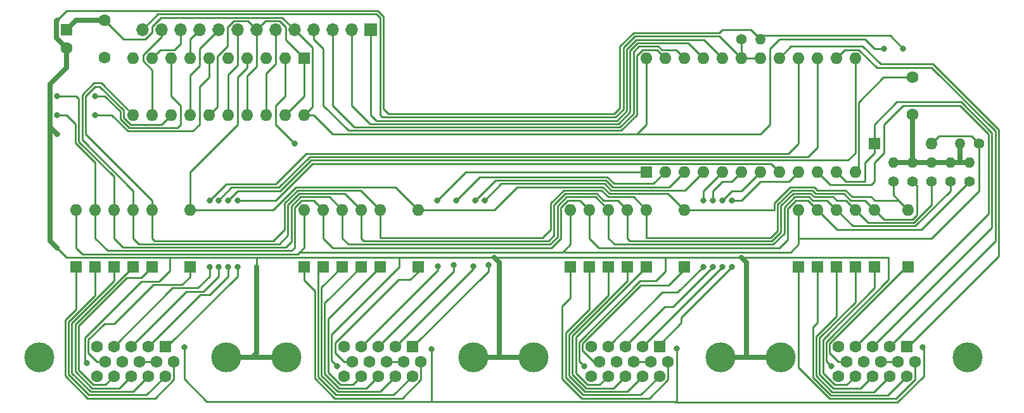
<source format=gbl>
%TF.GenerationSoftware,KiCad,Pcbnew,(6.0.0)*%
%TF.CreationDate,2022-03-13T17:59:30-04:00*%
%TF.ProjectId,team tap,7465616d-2074-4617-902e-6b696361645f,rev?*%
%TF.SameCoordinates,Original*%
%TF.FileFunction,Copper,L2,Bot*%
%TF.FilePolarity,Positive*%
%FSLAX46Y46*%
G04 Gerber Fmt 4.6, Leading zero omitted, Abs format (unit mm)*
G04 Created by KiCad (PCBNEW (6.0.0)) date 2022-03-13 17:59:30*
%MOMM*%
%LPD*%
G01*
G04 APERTURE LIST*
%TA.AperFunction,ComponentPad*%
%ADD10C,1.400000*%
%TD*%
%TA.AperFunction,ComponentPad*%
%ADD11O,1.400000X1.400000*%
%TD*%
%TA.AperFunction,ComponentPad*%
%ADD12R,1.600000X1.600000*%
%TD*%
%TA.AperFunction,ComponentPad*%
%ADD13O,1.600000X1.600000*%
%TD*%
%TA.AperFunction,ComponentPad*%
%ADD14C,1.600000*%
%TD*%
%TA.AperFunction,ComponentPad*%
%ADD15R,1.700000X1.700000*%
%TD*%
%TA.AperFunction,ComponentPad*%
%ADD16O,1.700000X1.700000*%
%TD*%
%TA.AperFunction,ComponentPad*%
%ADD17C,4.000000*%
%TD*%
%TA.AperFunction,ViaPad*%
%ADD18C,0.800000*%
%TD*%
%TA.AperFunction,Conductor*%
%ADD19C,0.250000*%
%TD*%
%TA.AperFunction,Conductor*%
%ADD20C,0.700000*%
%TD*%
G04 APERTURE END LIST*
D10*
%TO.P,R5,1*%
%TO.N,/int8*%
X137160000Y-147320000D03*
D11*
%TO.P,R5,2*%
%TO.N,+5V*%
X137160000Y-144780000D03*
%TD*%
D12*
%TO.P,D22,1,K*%
%TO.N,Net-(D22-Pad1)*%
X129540000Y-158750000D03*
D13*
%TO.P,D22,2,A*%
%TO.N,/int12*%
X129540000Y-151130000D03*
%TD*%
D12*
%TO.P,D16,1,K*%
%TO.N,/s10*%
X134620000Y-142240000D03*
D13*
%TO.P,D16,2,A*%
%TO.N,/int6*%
X142240000Y-142240000D03*
%TD*%
D12*
%TO.P,D20,1,K*%
%TO.N,Net-(SCK4-Pad6)*%
X124460000Y-158750000D03*
D13*
%TO.P,D20,2,A*%
%TO.N,/int6*%
X124460000Y-151130000D03*
%TD*%
D12*
%TO.P,D11,1,K*%
%TO.N,Net-(D11-Pad1)*%
X68580000Y-158750000D03*
D13*
%TO.P,D11,2,A*%
%TO.N,/int10*%
X68580000Y-151130000D03*
%TD*%
D12*
%TO.P,D3,1,K*%
%TO.N,Net-(D3-Pad1)*%
X35560000Y-158750000D03*
D13*
%TO.P,D3,2,A*%
%TO.N,/int 11*%
X35560000Y-151130000D03*
%TD*%
D12*
%TO.P,C3,1*%
%TO.N,+5V*%
X26670000Y-127000000D03*
D14*
%TO.P,C3,2*%
%TO.N,GND*%
X26670000Y-129500000D03*
%TD*%
D12*
%TO.P,D12,1,K*%
%TO.N,Net-(D12-Pad1)*%
X73660000Y-158750000D03*
D13*
%TO.P,D12,2,A*%
%TO.N,/int8*%
X73660000Y-151130000D03*
%TD*%
D12*
%TO.P,D2,1,K*%
%TO.N,Net-(D2-Pad1)*%
X38100000Y-158750000D03*
D13*
%TO.P,D2,2,A*%
%TO.N,/int10*%
X38100000Y-151130000D03*
%TD*%
D10*
%TO.P,R4,1*%
%TO.N,/int9*%
X147320000Y-147320000D03*
D11*
%TO.P,R4,2*%
%TO.N,+5V*%
X147320000Y-144780000D03*
%TD*%
D10*
%TO.P,R7,1*%
%TO.N,/JC13*%
X116840000Y-128270000D03*
D11*
%TO.P,R7,2*%
%TO.N,GND*%
X119380000Y-128270000D03*
%TD*%
D14*
%TO.P,C2,1*%
%TO.N,+5V*%
X31750000Y-125730000D03*
%TO.P,C2,2*%
%TO.N,GND*%
X31750000Y-130730000D03*
%TD*%
D15*
%TO.P,P1,1,Pin_1*%
%TO.N,/JC1*%
X67290000Y-127010000D03*
D16*
%TO.P,P1,2,Pin_2*%
%TO.N,/JC2*%
X64750000Y-127010000D03*
%TO.P,P1,3,Pin_3*%
%TO.N,/JC3*%
X62210000Y-127010000D03*
%TO.P,P1,4,Pin_4*%
%TO.N,/JC4*%
X59670000Y-127010000D03*
%TO.P,P1,5,Pin_5*%
%TO.N,+5V*%
X57130000Y-127010000D03*
%TO.P,P1,6,Pin_6*%
%TO.N,/JC6*%
X54590000Y-127010000D03*
%TO.P,P1,7,Pin_7*%
%TO.N,GND*%
X52050000Y-127010000D03*
%TO.P,P1,8,Pin_8*%
%TO.N,/JC8*%
X49510000Y-127010000D03*
%TO.P,P1,9,Pin_9*%
%TO.N,/JC9*%
X46970000Y-127010000D03*
%TO.P,P1,10,Pin_10*%
%TO.N,/JC10*%
X44430000Y-127010000D03*
%TO.P,P1,11,Pin_11*%
%TO.N,/JC11*%
X41890000Y-127010000D03*
%TO.P,P1,12,Pin_12*%
%TO.N,/JC12*%
X39350000Y-127010000D03*
%TO.P,P1,13,Pin_13*%
%TO.N,/JC13*%
X36810000Y-127010000D03*
%TD*%
D12*
%TO.P,U2,1,1OE*%
%TO.N,GND*%
X58415000Y-130820000D03*
D13*
%TO.P,U2,2,1A0*%
%TO.N,/int6*%
X55875000Y-130820000D03*
%TO.P,U2,3,2Y0*%
%TO.N,unconnected-(U2-Pad3)*%
X53335000Y-130820000D03*
%TO.P,U2,4,1A1*%
%TO.N,/int8*%
X50795000Y-130820000D03*
%TO.P,U2,5,2Y1*%
%TO.N,unconnected-(U2-Pad5)*%
X48255000Y-130820000D03*
%TO.P,U2,6,1A2*%
%TO.N,/int9*%
X45715000Y-130820000D03*
%TO.P,U2,7,2Y2*%
%TO.N,/JC10*%
X43175000Y-130820000D03*
%TO.P,U2,8,1A3*%
%TO.N,/int12*%
X40635000Y-130820000D03*
%TO.P,U2,9,2Y3*%
%TO.N,/JC11*%
X38095000Y-130820000D03*
%TO.P,U2,10,GND*%
%TO.N,GND*%
X35555000Y-130820000D03*
%TO.P,U2,11,2A3*%
%TO.N,/int 11*%
X35555000Y-138440000D03*
%TO.P,U2,12,1Y3*%
%TO.N,/JC12*%
X38095000Y-138440000D03*
%TO.P,U2,13,2A2*%
%TO.N,/int10*%
X40635000Y-138440000D03*
%TO.P,U2,14,1Y2*%
%TO.N,/JC9*%
X43175000Y-138440000D03*
%TO.P,U2,15,2A1*%
%TO.N,GND*%
X45715000Y-138440000D03*
%TO.P,U2,16,1Y1*%
%TO.N,/JC8*%
X48255000Y-138440000D03*
%TO.P,U2,17,2A0*%
%TO.N,GND*%
X50795000Y-138440000D03*
%TO.P,U2,18,1Y0*%
%TO.N,/JC6*%
X53335000Y-138440000D03*
%TO.P,U2,19,2OE*%
%TO.N,GND*%
X55875000Y-138440000D03*
%TO.P,U2,20,VCC*%
%TO.N,+5V*%
X58415000Y-138440000D03*
%TD*%
D12*
%TO.P,D9,1,K*%
%TO.N,Net-(D9-Pad1)*%
X63500000Y-158750000D03*
D13*
%TO.P,D9,2,A*%
%TO.N,/int12*%
X63500000Y-151130000D03*
%TD*%
D12*
%TO.P,D15,1,K*%
%TO.N,Net-(SCK3-Pad12)*%
X99060000Y-158750000D03*
D13*
%TO.P,D15,2,A*%
%TO.N,/int12*%
X99060000Y-151130000D03*
%TD*%
D17*
%TO.P,SCK2,0*%
%TO.N,GND*%
X56065000Y-170879669D03*
X81065000Y-170879669D03*
D12*
%TO.P,SCK2,1*%
%TO.N,/s3*%
X72880000Y-169459669D03*
D14*
%TO.P,SCK2,2*%
%TO.N,/s2*%
X70590000Y-169459669D03*
%TO.P,SCK2,3*%
%TO.N,/s1*%
X68300000Y-169459669D03*
%TO.P,SCK2,4*%
%TO.N,/s0*%
X66010000Y-169459669D03*
%TO.P,SCK2,5*%
%TO.N,unconnected-(SCK2-Pad5)*%
X63720000Y-169459669D03*
%TO.P,SCK2,6*%
%TO.N,Net-(SCK2-Pad6)*%
X74025000Y-171439669D03*
%TO.P,SCK2,7*%
%TO.N,Net-(SCK4-Pad7)*%
X71735000Y-171439669D03*
%TO.P,SCK2,8*%
X69445000Y-171439669D03*
%TO.P,SCK2,9*%
%TO.N,GND*%
X67155000Y-171439669D03*
%TO.P,SCK2,10*%
%TO.N,Net-(D12-Pad1)*%
X64865000Y-171439669D03*
%TO.P,SCK2,11*%
%TO.N,Net-(D8-Pad1)*%
X72880000Y-173419669D03*
%TO.P,SCK2,12*%
%TO.N,Net-(D9-Pad1)*%
X70590000Y-173419669D03*
%TO.P,SCK2,13*%
%TO.N,Net-(D10-Pad1)*%
X68300000Y-173419669D03*
%TO.P,SCK2,14*%
%TO.N,Net-(D11-Pad1)*%
X66010000Y-173419669D03*
%TO.P,SCK2,15*%
%TO.N,unconnected-(SCK2-Pad15)*%
X63720000Y-173419669D03*
%TD*%
D12*
%TO.P,D10,1,K*%
%TO.N,Net-(D10-Pad1)*%
X66040000Y-158750000D03*
D13*
%TO.P,D10,2,A*%
%TO.N,/int 11*%
X66040000Y-151130000D03*
%TD*%
D12*
%TO.P,D19,1,K*%
%TO.N,Net-(SCK3-Pad10)*%
X109220000Y-158750000D03*
D13*
%TO.P,D19,2,A*%
%TO.N,/int8*%
X109220000Y-151130000D03*
%TD*%
D17*
%TO.P,SCK3,0*%
%TO.N,GND*%
X89085000Y-170879669D03*
X114085000Y-170879669D03*
D12*
%TO.P,SCK3,1*%
%TO.N,/s8*%
X105900000Y-169459669D03*
D14*
%TO.P,SCK3,2*%
%TO.N,/s6*%
X103610000Y-169459669D03*
%TO.P,SCK3,3*%
%TO.N,/s5*%
X101320000Y-169459669D03*
%TO.P,SCK3,4*%
%TO.N,/s4*%
X99030000Y-169459669D03*
%TO.P,SCK3,5*%
%TO.N,unconnected-(SCK3-Pad5)*%
X96740000Y-169459669D03*
%TO.P,SCK3,6*%
%TO.N,Net-(SCK3-Pad6)*%
X107045000Y-171439669D03*
%TO.P,SCK3,7*%
%TO.N,Net-(SCK4-Pad7)*%
X104755000Y-171439669D03*
%TO.P,SCK3,8*%
X102465000Y-171439669D03*
%TO.P,SCK3,9*%
%TO.N,GND*%
X100175000Y-171439669D03*
%TO.P,SCK3,10*%
%TO.N,Net-(SCK3-Pad10)*%
X97885000Y-171439669D03*
%TO.P,SCK3,11*%
%TO.N,Net-(SCK3-Pad11)*%
X105900000Y-173419669D03*
%TO.P,SCK3,12*%
%TO.N,Net-(SCK3-Pad12)*%
X103610000Y-173419669D03*
%TO.P,SCK3,13*%
%TO.N,Net-(SCK3-Pad13)*%
X101320000Y-173419669D03*
%TO.P,SCK3,14*%
%TO.N,Net-(SCK3-Pad14)*%
X99030000Y-173419669D03*
%TO.P,SCK3,15*%
%TO.N,unconnected-(SCK3-Pad15)*%
X96740000Y-173419669D03*
%TD*%
D12*
%TO.P,D21,1,K*%
%TO.N,Net-(D21-Pad1)*%
X127000000Y-158750000D03*
D13*
%TO.P,D21,2,A*%
%TO.N,/int9*%
X127000000Y-151130000D03*
%TD*%
D10*
%TO.P,R2,1*%
%TO.N,/int 11*%
X142240000Y-147320000D03*
D11*
%TO.P,R2,2*%
%TO.N,+5V*%
X142240000Y-144780000D03*
%TD*%
D12*
%TO.P,D4,1,K*%
%TO.N,Net-(D4-Pad1)*%
X33020000Y-158750000D03*
D13*
%TO.P,D4,2,A*%
%TO.N,/int12*%
X33020000Y-151130000D03*
%TD*%
D12*
%TO.P,D8,1,K*%
%TO.N,Net-(D8-Pad1)*%
X60960000Y-158750000D03*
D13*
%TO.P,D8,2,A*%
%TO.N,/int9*%
X60960000Y-151130000D03*
%TD*%
D12*
%TO.P,D17,1,K*%
%TO.N,Net-(SCK3-Pad13)*%
X101600000Y-158750000D03*
D13*
%TO.P,D17,2,A*%
%TO.N,/int 11*%
X101600000Y-151130000D03*
%TD*%
D12*
%TO.P,D24,1,K*%
%TO.N,Net-(D24-Pad1)*%
X134620000Y-158750000D03*
D13*
%TO.P,D24,2,A*%
%TO.N,/int10*%
X134620000Y-151130000D03*
%TD*%
D12*
%TO.P,D14,1,K*%
%TO.N,Net-(SCK3-Pad11)*%
X96520000Y-158750000D03*
D13*
%TO.P,D14,2,A*%
%TO.N,/int9*%
X96520000Y-151130000D03*
%TD*%
D14*
%TO.P,C1,1*%
%TO.N,+5V*%
X139700000Y-138390000D03*
%TO.P,C1,2*%
%TO.N,GND*%
X139700000Y-133390000D03*
%TD*%
D10*
%TO.P,R3,1*%
%TO.N,/int12*%
X144780000Y-147320000D03*
D11*
%TO.P,R3,2*%
%TO.N,+5V*%
X144780000Y-144780000D03*
%TD*%
D12*
%TO.P,U1,1,S0*%
%TO.N,/s0*%
X104135000Y-146055000D03*
D13*
%TO.P,U1,2,S1*%
%TO.N,/s1*%
X106675000Y-146055000D03*
%TO.P,U1,3,S2*%
%TO.N,/s2*%
X109215000Y-146055000D03*
%TO.P,U1,4,S3*%
%TO.N,/s3*%
X111755000Y-146055000D03*
%TO.P,U1,5,S4*%
%TO.N,/s4*%
X114295000Y-146055000D03*
%TO.P,U1,6,S5*%
%TO.N,/s5*%
X116835000Y-146055000D03*
%TO.P,U1,7,S6*%
%TO.N,/s6*%
X119375000Y-146055000D03*
%TO.P,U1,8,S7*%
%TO.N,/s7*%
X121915000Y-146055000D03*
%TO.P,U1,9,S8*%
%TO.N,/s8*%
X124455000Y-146055000D03*
%TO.P,U1,10,S9*%
%TO.N,/s9*%
X126995000Y-146055000D03*
%TO.P,U1,11,S10*%
%TO.N,/s10*%
X129535000Y-146055000D03*
%TO.P,U1,12,GND*%
%TO.N,GND*%
X132075000Y-146055000D03*
%TO.P,U1,13,S11*%
%TO.N,/s11*%
X132075000Y-130815000D03*
%TO.P,U1,14,S12*%
%TO.N,/s12*%
X129535000Y-130815000D03*
%TO.P,U1,15,S13*%
%TO.N,/s13*%
X126995000Y-130815000D03*
%TO.P,U1,16,S14*%
%TO.N,/s14*%
X124455000Y-130815000D03*
%TO.P,U1,17,S15*%
%TO.N,/s15*%
X121915000Y-130815000D03*
%TO.P,U1,18,E0*%
%TO.N,/JC13*%
X119375000Y-130815000D03*
%TO.P,U1,19,E1*%
X116835000Y-130815000D03*
%TO.P,U1,20,A3*%
%TO.N,/JC1*%
X114295000Y-130815000D03*
%TO.P,U1,21,A2*%
%TO.N,/JC2*%
X111755000Y-130815000D03*
%TO.P,U1,22,A1*%
%TO.N,/JC3*%
X109215000Y-130815000D03*
%TO.P,U1,23,A0*%
%TO.N,/JC4*%
X106675000Y-130815000D03*
%TO.P,U1,24,VCC*%
%TO.N,+5V*%
X104135000Y-130815000D03*
%TD*%
D12*
%TO.P,D1,1,K*%
%TO.N,Net-(D1-Pad1)*%
X43180000Y-158750000D03*
D13*
%TO.P,D1,2,A*%
%TO.N,/int8*%
X43180000Y-151130000D03*
%TD*%
D12*
%TO.P,D23,1,K*%
%TO.N,Net-(D23-Pad1)*%
X132080000Y-158750000D03*
D13*
%TO.P,D23,2,A*%
%TO.N,/int 11*%
X132080000Y-151130000D03*
%TD*%
D17*
%TO.P,SCK4,0*%
%TO.N,GND*%
X147105000Y-170879669D03*
X122105000Y-170879669D03*
D12*
%TO.P,SCK4,1*%
%TO.N,/s15*%
X138920000Y-169459669D03*
D14*
%TO.P,SCK4,2*%
%TO.N,/s12*%
X136630000Y-169459669D03*
%TO.P,SCK4,3*%
%TO.N,/s10*%
X134340000Y-169459669D03*
%TO.P,SCK4,4*%
%TO.N,/s9*%
X132050000Y-169459669D03*
%TO.P,SCK4,5*%
%TO.N,unconnected-(SCK4-Pad5)*%
X129760000Y-169459669D03*
%TO.P,SCK4,6*%
%TO.N,Net-(SCK4-Pad6)*%
X140065000Y-171439669D03*
%TO.P,SCK4,7*%
%TO.N,Net-(SCK4-Pad7)*%
X137775000Y-171439669D03*
%TO.P,SCK4,8*%
X135485000Y-171439669D03*
%TO.P,SCK4,9*%
%TO.N,GND*%
X133195000Y-171439669D03*
%TO.P,SCK4,10*%
%TO.N,Net-(SCK4-Pad10)*%
X130905000Y-171439669D03*
%TO.P,SCK4,11*%
%TO.N,Net-(D21-Pad1)*%
X138920000Y-173419669D03*
%TO.P,SCK4,12*%
%TO.N,Net-(D22-Pad1)*%
X136630000Y-173419669D03*
%TO.P,SCK4,13*%
%TO.N,Net-(D23-Pad1)*%
X134340000Y-173419669D03*
%TO.P,SCK4,14*%
%TO.N,Net-(D24-Pad1)*%
X132050000Y-173419669D03*
%TO.P,SCK4,15*%
%TO.N,unconnected-(SCK4-Pad15)*%
X129760000Y-173419669D03*
%TD*%
D12*
%TO.P,D25,1,K*%
%TO.N,Net-(SCK4-Pad10)*%
X139140000Y-158750000D03*
D13*
%TO.P,D25,2,A*%
%TO.N,/int8*%
X139140000Y-151130000D03*
%TD*%
D12*
%TO.P,D18,1,K*%
%TO.N,Net-(SCK3-Pad14)*%
X104140000Y-158750000D03*
D13*
%TO.P,D18,2,A*%
%TO.N,/int10*%
X104140000Y-151130000D03*
%TD*%
D12*
%TO.P,D7,1,K*%
%TO.N,Net-(SCK2-Pad6)*%
X58420000Y-158750000D03*
D13*
%TO.P,D7,2,A*%
%TO.N,/int6*%
X58420000Y-151130000D03*
%TD*%
D10*
%TO.P,R6,1*%
%TO.N,/int6*%
X148590000Y-142240000D03*
D11*
%TO.P,R6,2*%
%TO.N,+5V*%
X146050000Y-142240000D03*
%TD*%
D12*
%TO.P,D5,1,K*%
%TO.N,Net-(D5-Pad1)*%
X30480000Y-158750000D03*
D13*
%TO.P,D5,2,A*%
%TO.N,/int9*%
X30480000Y-151130000D03*
%TD*%
D12*
%TO.P,D6,1,K*%
%TO.N,Net-(D6-Pad1)*%
X27940000Y-158750000D03*
D13*
%TO.P,D6,2,A*%
%TO.N,/int6*%
X27940000Y-151130000D03*
%TD*%
D12*
%TO.P,D13,1,K*%
%TO.N,Net-(SCK3-Pad6)*%
X93980000Y-158750000D03*
D13*
%TO.P,D13,2,A*%
%TO.N,/int6*%
X93980000Y-151130000D03*
%TD*%
D17*
%TO.P,SCK1,0*%
%TO.N,GND*%
X48045000Y-170879669D03*
X23045000Y-170879669D03*
D12*
%TO.P,SCK1,1*%
%TO.N,/s7*%
X39860000Y-169459669D03*
D14*
%TO.P,SCK1,2*%
%TO.N,/s11*%
X37570000Y-169459669D03*
%TO.P,SCK1,3*%
%TO.N,/s13*%
X35280000Y-169459669D03*
%TO.P,SCK1,4*%
%TO.N,/s14*%
X32990000Y-169459669D03*
%TO.P,SCK1,5*%
%TO.N,unconnected-(SCK1-Pad5)*%
X30700000Y-169459669D03*
%TO.P,SCK1,6*%
%TO.N,Net-(D6-Pad1)*%
X41005000Y-171439669D03*
%TO.P,SCK1,7*%
%TO.N,Net-(SCK4-Pad7)*%
X38715000Y-171439669D03*
%TO.P,SCK1,8*%
X36425000Y-171439669D03*
%TO.P,SCK1,9*%
%TO.N,GND*%
X34135000Y-171439669D03*
%TO.P,SCK1,10*%
%TO.N,Net-(D1-Pad1)*%
X31845000Y-171439669D03*
%TO.P,SCK1,11*%
%TO.N,Net-(D5-Pad1)*%
X39860000Y-173419669D03*
%TO.P,SCK1,12*%
%TO.N,Net-(D4-Pad1)*%
X37570000Y-173419669D03*
%TO.P,SCK1,13*%
%TO.N,Net-(D3-Pad1)*%
X35280000Y-173419669D03*
%TO.P,SCK1,14*%
%TO.N,Net-(D2-Pad1)*%
X32990000Y-173419669D03*
%TO.P,SCK1,15*%
%TO.N,unconnected-(SCK1-Pad15)*%
X30700000Y-173419669D03*
%TD*%
D10*
%TO.P,R1,1*%
%TO.N,/int10*%
X139700000Y-147320000D03*
D11*
%TO.P,R1,2*%
%TO.N,+5V*%
X139700000Y-144780000D03*
%TD*%
D18*
%TO.N,+5V*%
X135890000Y-129540000D03*
%TO.N,GND*%
X138430000Y-129540000D03*
X29413200Y-171653200D03*
X128905000Y-172085000D03*
X95885000Y-172085000D03*
X25400000Y-140970000D03*
X62865000Y-172085000D03*
%TO.N,/int12*%
X25400000Y-135890000D03*
X30480000Y-135890000D03*
%TO.N,/int9*%
X30480000Y-138430000D03*
X25400000Y-138430000D03*
%TO.N,/int6*%
X57150000Y-142240000D03*
%TO.N,Net-(SCK4-Pad7)*%
X42405300Y-169481500D03*
X75438000Y-169773600D03*
X141097000Y-169494200D03*
X108178600Y-169672000D03*
%TO.N,/s7*%
X49530000Y-158750000D03*
X49530000Y-149860000D03*
%TO.N,/s11*%
X48260000Y-149860000D03*
X48260000Y-158750000D03*
%TO.N,/s13*%
X46990000Y-149860000D03*
X46990000Y-158750000D03*
%TO.N,/s14*%
X45770800Y-158800800D03*
X45770800Y-149910800D03*
%TO.N,/s3*%
X82550000Y-149860000D03*
X83032600Y-158546800D03*
%TO.N,/s2*%
X81051400Y-158648400D03*
X81280000Y-149860000D03*
%TO.N,/s1*%
X78740000Y-149860000D03*
X78435200Y-158546800D03*
%TO.N,/s0*%
X76200000Y-149860000D03*
X76276200Y-158673800D03*
%TO.N,/s8*%
X115570000Y-158750000D03*
X115570000Y-149860000D03*
%TO.N,/s6*%
X114300000Y-149860000D03*
X114300000Y-158750000D03*
%TO.N,/s5*%
X113030000Y-158750000D03*
X113030000Y-149860000D03*
%TO.N,/s4*%
X111760000Y-149860000D03*
X111760000Y-158750000D03*
%TD*%
D19*
%TO.N,+5V*%
X39313021Y-125385969D02*
X38100000Y-126598990D01*
X58415000Y-138440000D02*
X59539511Y-137315489D01*
X119380000Y-140970000D02*
X120650000Y-139700000D01*
X37211010Y-128270000D02*
X34290000Y-128270000D01*
D20*
X146050000Y-144780000D02*
X147320000Y-144780000D01*
D19*
X55505969Y-125385969D02*
X39313021Y-125385969D01*
D20*
X139700000Y-144780000D02*
X142240000Y-144780000D01*
D19*
X38100000Y-127381010D02*
X37211010Y-128270000D01*
X104135000Y-130815000D02*
X104135000Y-139705000D01*
D20*
X146050000Y-142240000D02*
X146050000Y-144780000D01*
X137160000Y-144780000D02*
X139700000Y-144780000D01*
D19*
X121920000Y-128270000D02*
X133350000Y-128270000D01*
D20*
X142240000Y-144780000D02*
X144780000Y-144780000D01*
D19*
X59539511Y-137315489D02*
X59539511Y-129419511D01*
X102870000Y-140970000D02*
X62230000Y-140970000D01*
X62230000Y-140970000D02*
X59700000Y-138440000D01*
X133350000Y-128270000D02*
X134620000Y-129540000D01*
X59700000Y-138440000D02*
X58415000Y-138440000D01*
X120650000Y-139700000D02*
X120650000Y-129540000D01*
X57130000Y-127010000D02*
X55505969Y-125385969D01*
X34290000Y-128270000D02*
X31750000Y-125730000D01*
X104135000Y-139705000D02*
X102870000Y-140970000D01*
D20*
X139700000Y-138390000D02*
X139700000Y-144780000D01*
X144780000Y-144780000D02*
X146050000Y-144780000D01*
D19*
X38100000Y-126598990D02*
X38100000Y-127381010D01*
X134620000Y-129540000D02*
X135890000Y-129540000D01*
X102870000Y-140970000D02*
X119380000Y-140970000D01*
X120650000Y-129540000D02*
X121920000Y-128270000D01*
X59539511Y-129419511D02*
X57130000Y-127010000D01*
D20*
X27940000Y-125730000D02*
X26670000Y-127000000D01*
X31750000Y-125730000D02*
X27940000Y-125730000D01*
D19*
%TO.N,GND*%
X119829520Y-127820480D02*
X132900480Y-127820480D01*
X135850000Y-133390000D02*
X139700000Y-133390000D01*
X52050000Y-131958400D02*
X52050000Y-127010000D01*
X128185969Y-171365969D02*
X128185969Y-168807683D01*
D20*
X24450489Y-140020489D02*
X25400000Y-140970000D01*
D19*
X100622400Y-132080000D02*
X100622400Y-129244732D01*
X50795000Y-133213400D02*
X52050000Y-131958400D01*
X29125969Y-171365969D02*
X29125969Y-168232031D01*
D20*
X51499669Y-170879669D02*
X52070000Y-170309338D01*
D19*
X78740000Y-138272880D02*
X96520000Y-138272880D01*
X55875000Y-138440000D02*
X58415000Y-135900000D01*
X69029520Y-125226701D02*
X69029520Y-132080000D01*
D20*
X117539669Y-158179669D02*
X116840000Y-157480000D01*
D19*
X106680000Y-157480000D02*
X116840000Y-157480000D01*
X62865000Y-172085000D02*
X62077600Y-171297600D01*
D20*
X48045000Y-170879669D02*
X51499669Y-170879669D01*
D19*
X62077600Y-171297600D02*
X62077600Y-167792400D01*
X128905000Y-172085000D02*
X128185969Y-171365969D01*
X50795000Y-138440000D02*
X50795000Y-133213400D01*
D20*
X24450489Y-155260489D02*
X25400000Y-156210000D01*
D19*
X55955489Y-126694489D02*
X55955489Y-128360489D01*
X52050000Y-127010000D02*
X50875489Y-125835489D01*
X100622400Y-129244732D02*
X102424243Y-127442889D01*
X52070000Y-157530800D02*
X52070000Y-158750000D01*
X40513000Y-157505400D02*
X26695400Y-157505400D01*
X100622400Y-137499010D02*
X100622400Y-132080000D01*
X136710480Y-127820480D02*
X138430000Y-129540000D01*
X52050000Y-127010000D02*
X53224511Y-125835489D01*
X132524520Y-145605480D02*
X132524520Y-136715480D01*
X128185969Y-168807683D02*
X136525000Y-160468652D01*
X132900480Y-127820480D02*
X136710480Y-127820480D01*
X67283071Y-124486929D02*
X26643071Y-124486929D01*
D20*
X24450489Y-140020489D02*
X24450489Y-155260489D01*
D19*
X36652200Y-160705800D02*
X39065200Y-160705800D01*
X132524520Y-136715480D02*
X135850000Y-133390000D01*
X53224511Y-125835489D02*
X55096489Y-125835489D01*
X40513000Y-159258000D02*
X40513000Y-157505400D01*
X29125969Y-168232031D02*
X36652200Y-160705800D01*
X46839511Y-137315489D02*
X45715000Y-138440000D01*
X58415000Y-135900000D02*
X58415000Y-130820000D01*
X48158400Y-129260600D02*
X46839511Y-130579489D01*
X68289748Y-124486929D02*
X69029520Y-125226701D01*
X62077600Y-167792400D02*
X71120000Y-158750000D01*
X118110000Y-127000000D02*
X114300000Y-127000000D01*
D20*
X31840000Y-130820000D02*
X31750000Y-130730000D01*
D19*
X48158400Y-126700590D02*
X48158400Y-129260600D01*
X95165969Y-171365969D02*
X95165969Y-168807683D01*
X55955489Y-128360489D02*
X58415000Y-130820000D01*
D20*
X26670000Y-129500000D02*
X26670000Y-132080000D01*
X25320489Y-125809511D02*
X25400000Y-125730000D01*
D19*
X52070000Y-157530800D02*
X71069200Y-157530800D01*
X103318652Y-160655000D02*
X105410000Y-160655000D01*
X95885000Y-172085000D02*
X95165969Y-171365969D01*
D20*
X52070000Y-170309338D02*
X52070000Y-158750000D01*
D19*
X69029520Y-137609520D02*
X69692880Y-138272880D01*
D20*
X25320489Y-128150489D02*
X25320489Y-125809511D01*
X26670000Y-132080000D02*
X24450489Y-134299511D01*
D19*
X26695400Y-157505400D02*
X25400000Y-156210000D01*
X67283071Y-124486929D02*
X68289748Y-124486929D01*
X95165969Y-168807683D02*
X103318652Y-160655000D01*
D20*
X117539669Y-170879669D02*
X117539669Y-158179669D01*
D19*
X69029520Y-137160000D02*
X69029520Y-137609520D01*
X69029520Y-132080000D02*
X69029520Y-137160000D01*
X114300000Y-127000000D02*
X113857111Y-127442889D01*
D20*
X26670000Y-129500000D02*
X25320489Y-128150489D01*
X84519669Y-158179669D02*
X83820000Y-157480000D01*
D19*
X119380000Y-128270000D02*
X119829520Y-127820480D01*
X49023501Y-125835489D02*
X48158400Y-126700590D01*
X71120000Y-158750000D02*
X71120000Y-157480000D01*
X39065200Y-160705800D02*
X40513000Y-159258000D01*
D20*
X84519669Y-170879669D02*
X84519669Y-158179669D01*
D19*
X106680000Y-159385000D02*
X106680000Y-157480000D01*
X119380000Y-128270000D02*
X118110000Y-127000000D01*
X40513000Y-157505400D02*
X52044600Y-157505400D01*
X52044600Y-157505400D02*
X52070000Y-157530800D01*
X69692880Y-138272880D02*
X78740000Y-138272880D01*
X26643071Y-124486929D02*
X25400000Y-125730000D01*
X50875489Y-125835489D02*
X49023501Y-125835489D01*
X116840000Y-157480000D02*
X136525000Y-157480000D01*
X55096489Y-125835489D02*
X55955489Y-126694489D01*
X132075000Y-146055000D02*
X132524520Y-145605480D01*
D20*
X51499669Y-170879669D02*
X56065000Y-170879669D01*
D19*
X102424243Y-127442889D02*
X113857111Y-127442889D01*
D20*
X84519669Y-170879669D02*
X89085000Y-170879669D01*
D19*
X83820000Y-157480000D02*
X106680000Y-157480000D01*
X46839511Y-130579489D02*
X46839511Y-137315489D01*
X71120000Y-157480000D02*
X83820000Y-157480000D01*
D20*
X24450489Y-134299511D02*
X24450489Y-140020489D01*
X81065000Y-170879669D02*
X84519669Y-170879669D01*
D19*
X99848530Y-138272880D02*
X100622400Y-137499010D01*
X105410000Y-160655000D02*
X106680000Y-159385000D01*
D20*
X114085000Y-170879669D02*
X117539669Y-170879669D01*
D19*
X136525000Y-160468652D02*
X136525000Y-157480000D01*
X29413200Y-171653200D02*
X29125969Y-171365969D01*
D20*
X117539669Y-170879669D02*
X122105000Y-170879669D01*
D19*
X96520000Y-138272880D02*
X99848530Y-138272880D01*
X71069200Y-157530800D02*
X71120000Y-157480000D01*
%TO.N,Net-(D1-Pad1)*%
X42120880Y-161155320D02*
X43180000Y-160096200D01*
X29575489Y-168519111D02*
X31737300Y-166357300D01*
X38234680Y-161155320D02*
X42120880Y-161155320D01*
X31845000Y-171439669D02*
X30713630Y-171439669D01*
X29575489Y-170301528D02*
X29575489Y-168519111D01*
X43180000Y-160096200D02*
X43180000Y-158750000D01*
X38234680Y-161155320D02*
X33032700Y-166357300D01*
X30713630Y-171439669D02*
X29575489Y-170301528D01*
X33032700Y-166357300D02*
X31737300Y-166357300D01*
%TO.N,/int8*%
X100700961Y-148960961D02*
X107050961Y-148960961D01*
X123394911Y-148061920D02*
X126550480Y-148061920D01*
X134170480Y-149410480D02*
X134620000Y-149860000D01*
X109220000Y-151130000D02*
X121231770Y-151130000D01*
X121231770Y-151130000D02*
X121231770Y-150225061D01*
X73660000Y-151130000D02*
X83820000Y-151130000D01*
X43180000Y-151130000D02*
X43180000Y-146050000D01*
X134620000Y-149860000D02*
X137870000Y-149860000D01*
X50795000Y-132075000D02*
X50795000Y-130820000D01*
X127000000Y-148511440D02*
X130732874Y-148511440D01*
X130732874Y-148511440D02*
X131631914Y-149410480D01*
X137870000Y-149860000D02*
X139140000Y-151130000D01*
X98347158Y-148061920D02*
X99246198Y-148960960D01*
X43180000Y-146050000D02*
X49530000Y-139700000D01*
X83820000Y-151130000D02*
X86888079Y-148061921D01*
X57354911Y-148061920D02*
X70591920Y-148061920D01*
X49530000Y-139700000D02*
X49530000Y-133350000D01*
X131631914Y-149410480D02*
X134170480Y-149410480D01*
X121231770Y-150225061D02*
X123394911Y-148061920D01*
X107050961Y-148960961D02*
X109220000Y-151130000D01*
X137160000Y-149150000D02*
X137160000Y-147320000D01*
X70591920Y-148061920D02*
X73660000Y-151130000D01*
X86888079Y-148061921D02*
X98347158Y-148061920D01*
X54286831Y-151130000D02*
X57354911Y-148061920D01*
X49530000Y-133350000D02*
X50800000Y-132080000D01*
X99246198Y-148960960D02*
X100700961Y-148960961D01*
X126550480Y-148061920D02*
X127000000Y-148511440D01*
X50800000Y-132080000D02*
X50795000Y-132075000D01*
X137870000Y-149860000D02*
X137160000Y-149150000D01*
X43180000Y-151130000D02*
X54286831Y-151130000D01*
%TO.N,Net-(D2-Pad1)*%
X31865489Y-174544180D02*
X30234211Y-174544180D01*
X30234211Y-174544180D02*
X28270559Y-172580529D01*
X28270559Y-166675159D02*
X34722518Y-160223200D01*
X28270559Y-172580529D02*
X28270559Y-166675159D01*
X34722518Y-160223200D02*
X36626800Y-160223200D01*
X36626800Y-160223200D02*
X38100000Y-158750000D01*
X32990000Y-173419669D02*
X31865489Y-174544180D01*
%TO.N,/int10*%
X130546677Y-148960960D02*
X131445717Y-149860000D01*
X133350000Y-149860000D02*
X134620000Y-151130000D01*
X31115717Y-134620000D02*
X30480000Y-134620000D01*
X121681290Y-150411258D02*
X123581108Y-148511440D01*
X140264511Y-147884511D02*
X140264511Y-151835489D01*
X139700000Y-152400000D02*
X135890000Y-152400000D01*
X126288594Y-148511440D02*
X126738114Y-148960960D01*
X91361440Y-153748560D02*
X91361440Y-150251107D01*
X34290000Y-138765300D02*
X34290000Y-137794283D01*
X135890000Y-152400000D02*
X134620000Y-151130000D01*
X38417800Y-155257800D02*
X54292200Y-155257800D01*
X104140000Y-151130000D02*
X104140000Y-154861440D01*
X54292200Y-155257800D02*
X55801440Y-153748560D01*
X40635000Y-138440000D02*
X39375000Y-139700000D01*
X121681290Y-153907274D02*
X121681290Y-150411258D01*
X68580000Y-151130000D02*
X68580000Y-154861440D01*
X139700000Y-147320000D02*
X140264511Y-147884511D01*
X35224700Y-139700000D02*
X34290000Y-138765300D01*
X123581108Y-148511440D02*
X126288594Y-148511440D01*
X65961440Y-148511440D02*
X68580000Y-151130000D01*
X102420480Y-149410480D02*
X104140000Y-151130000D01*
X39375000Y-139700000D02*
X35224700Y-139700000D01*
X29210000Y-140970000D02*
X38100000Y-149860000D01*
X34290000Y-137794283D02*
X31115717Y-134620000D01*
X30480000Y-134620000D02*
X29210000Y-135890000D01*
X38100000Y-154940000D02*
X38417800Y-155257800D01*
X98160960Y-148511440D02*
X99060000Y-149410480D01*
X29210000Y-135890000D02*
X29210000Y-140970000D01*
X68580000Y-154861440D02*
X90248560Y-154861440D01*
X57541108Y-148511440D02*
X65961440Y-148511440D01*
X120727124Y-154861440D02*
X121681290Y-153907274D01*
X140264511Y-151835489D02*
X139700000Y-152400000D01*
X55801440Y-150251108D02*
X57541108Y-148511440D01*
X99060000Y-149410480D02*
X102420480Y-149410480D01*
X131445717Y-149860000D02*
X133350000Y-149860000D01*
X38100000Y-149860000D02*
X38100000Y-151130000D01*
X93101108Y-148511440D02*
X98160960Y-148511440D01*
X91361440Y-150251107D02*
X93101108Y-148511440D01*
X38100000Y-151130000D02*
X38100000Y-154940000D01*
X126738114Y-148960960D02*
X130546677Y-148960960D01*
X55801440Y-153748560D02*
X55801440Y-150251108D01*
X104140000Y-154861440D02*
X120727124Y-154861440D01*
X90248560Y-154861440D02*
X91361440Y-153748560D01*
%TO.N,Net-(D3-Pad1)*%
X27821039Y-166488961D02*
X35560000Y-158750000D01*
X30048013Y-174993700D02*
X27821039Y-172766726D01*
X27821039Y-172766726D02*
X27821039Y-166488961D01*
X33705969Y-174993700D02*
X30048013Y-174993700D01*
X35280000Y-173419669D02*
X33705969Y-174993700D01*
%TO.N,/int 11*%
X63870960Y-148960960D02*
X66040000Y-151130000D01*
X139886197Y-152849520D02*
X133799520Y-152849520D01*
X35560000Y-154940000D02*
X36327320Y-155707320D01*
X126102396Y-148960960D02*
X126551916Y-149410480D01*
X91810960Y-154567604D02*
X91810960Y-150437304D01*
X122130810Y-154093472D02*
X122130810Y-150597455D01*
X98425718Y-149860000D02*
X100330000Y-149860000D01*
X57727305Y-148960960D02*
X63870960Y-148960960D01*
X35560000Y-151130000D02*
X35560000Y-154940000D01*
X97526678Y-148960960D02*
X98425718Y-149860000D01*
X55112680Y-155707320D02*
X56250960Y-154569040D01*
X129090480Y-149410480D02*
X129540000Y-149860000D01*
X126551916Y-149410480D02*
X129090480Y-149410480D01*
X66410960Y-155310960D02*
X91067604Y-155310960D01*
X123767305Y-148960960D02*
X126102396Y-148960960D01*
X31301915Y-134170480D02*
X30293803Y-134170480D01*
X122130810Y-150597455D02*
X123767305Y-148960960D01*
X101970960Y-155310960D02*
X120913322Y-155310960D01*
X101600000Y-154940000D02*
X101970960Y-155310960D01*
X28760480Y-135703803D02*
X28760480Y-141790480D01*
X30293803Y-134170480D02*
X28760480Y-135703803D01*
X91810960Y-150437304D02*
X93287304Y-148960960D01*
X142240000Y-150495717D02*
X139886197Y-152849520D01*
X130810000Y-149860000D02*
X132080000Y-151130000D01*
X100330000Y-149860000D02*
X101600000Y-151130000D01*
X35555000Y-138440000D02*
X35555000Y-138423565D01*
X133799520Y-152849520D02*
X132080000Y-151130000D01*
X56250960Y-154569040D02*
X56250960Y-150437305D01*
X56250960Y-150437305D02*
X57727305Y-148960960D01*
X66040000Y-154940000D02*
X66410960Y-155310960D01*
X120913322Y-155310960D02*
X122130810Y-154093472D01*
X35560000Y-148590000D02*
X35560000Y-151130000D01*
X66040000Y-151130000D02*
X66040000Y-154940000D01*
X28760480Y-141790480D02*
X35560000Y-148590000D01*
X91067604Y-155310960D02*
X91810960Y-154567604D01*
X142240000Y-147320000D02*
X142240000Y-150495717D01*
X36327320Y-155707320D02*
X55112680Y-155707320D01*
X93287304Y-148960960D02*
X97526678Y-148960960D01*
X101600000Y-151130000D02*
X101600000Y-154940000D01*
X35555000Y-138423565D02*
X31301915Y-134170480D01*
X129540000Y-149860000D02*
X130810000Y-149860000D01*
%TO.N,/int12*%
X33840480Y-138951497D02*
X33840480Y-137980480D01*
X144780000Y-148591434D02*
X140072394Y-153299040D01*
X40635000Y-135885000D02*
X41910000Y-137160000D01*
X126365718Y-149860000D02*
X128270000Y-149860000D01*
X140072394Y-153299040D02*
X131709040Y-153299040D01*
X41910000Y-139700000D02*
X41460480Y-140149520D01*
X28310960Y-136260960D02*
X28310960Y-141976678D01*
X56700480Y-155389520D02*
X56700480Y-150623502D01*
X34236840Y-156156840D02*
X55933160Y-156156840D01*
X31750000Y-135890000D02*
X30480000Y-135890000D01*
X61780480Y-149410480D02*
X63500000Y-151130000D01*
X92260480Y-150623502D02*
X93473502Y-149410480D01*
X128270000Y-149860000D02*
X129540000Y-151130000D01*
X125916198Y-149410480D02*
X126365718Y-149860000D01*
X33020000Y-151130000D02*
X33020000Y-154940000D01*
X99060000Y-154940000D02*
X99880480Y-155760480D01*
X27940000Y-135890000D02*
X28310960Y-136260960D01*
X99060000Y-151130000D02*
X99060000Y-154940000D01*
X41460480Y-140149520D02*
X35038503Y-140149520D01*
X131709040Y-153299040D02*
X129540000Y-151130000D01*
X28310960Y-141976678D02*
X33020000Y-146685718D01*
X63500000Y-154940000D02*
X64320480Y-155760480D01*
X121099520Y-155760480D02*
X122580330Y-154279670D01*
X92260480Y-154753802D02*
X92260480Y-150623502D01*
X57913502Y-149410480D02*
X61780480Y-149410480D01*
X99880480Y-155760480D02*
X121099520Y-155760480D01*
X41910000Y-137160000D02*
X41910000Y-139700000D01*
X91253802Y-155760480D02*
X92260480Y-154753802D01*
X93473502Y-149410480D02*
X97340480Y-149410480D01*
X63500000Y-151130000D02*
X63500000Y-154940000D01*
X33840480Y-137980480D02*
X31750000Y-135890000D01*
X33020000Y-146685718D02*
X33020000Y-151130000D01*
X64320480Y-155760480D02*
X91253802Y-155760480D01*
X35038503Y-140149520D02*
X33840480Y-138951497D01*
X122580330Y-154279670D02*
X122580330Y-150783652D01*
X122580330Y-150783652D02*
X123953502Y-149410480D01*
X40635000Y-130820000D02*
X40635000Y-135885000D01*
X56700480Y-150623502D02*
X57913502Y-149410480D01*
X123953502Y-149410480D02*
X125916198Y-149410480D01*
X25400000Y-135890000D02*
X27940000Y-135890000D01*
X55933160Y-156156840D02*
X56700480Y-155389520D01*
X97340480Y-149410480D02*
X99060000Y-151130000D01*
X33020000Y-154940000D02*
X34236840Y-156156840D01*
X144780000Y-147320000D02*
X144780000Y-148591434D01*
%TO.N,/int9*%
X97790000Y-156210000D02*
X121920000Y-156210000D01*
X30480000Y-151130000D02*
X30480000Y-154940000D01*
X93659700Y-149860000D02*
X95250000Y-149860000D01*
X56753640Y-156606360D02*
X57150000Y-156210000D01*
X25400000Y-138430000D02*
X26670000Y-138430000D01*
X62230000Y-156210000D02*
X91440000Y-156210000D01*
X44450000Y-134620000D02*
X44450000Y-139700000D01*
X96520000Y-151130000D02*
X96520000Y-154940000D01*
X30480000Y-144781436D02*
X30480000Y-151130000D01*
X60960000Y-151130000D02*
X60960000Y-154940000D01*
X123029850Y-150969850D02*
X123029850Y-155100150D01*
X45715000Y-130820000D02*
X45715000Y-133355000D01*
X57150000Y-150809700D02*
X58099700Y-149860000D01*
X27861440Y-142162876D02*
X30480000Y-144781436D01*
X123029850Y-155100150D02*
X121920000Y-156210000D01*
X147320000Y-147320000D02*
X140891440Y-153748560D01*
X58099700Y-149860000D02*
X59690000Y-149860000D01*
X124139700Y-149860000D02*
X125730000Y-149860000D01*
X123029850Y-150969850D02*
X124139700Y-149860000D01*
X92710000Y-154940000D02*
X92710000Y-150809700D01*
X96520000Y-154940000D02*
X97790000Y-156210000D01*
X91440000Y-156210000D02*
X92710000Y-154940000D01*
X95250000Y-149860000D02*
X96520000Y-151130000D01*
X43550960Y-140599040D02*
X34852305Y-140599040D01*
X34852305Y-140599040D02*
X32683265Y-138430000D01*
X60960000Y-154940000D02*
X62230000Y-156210000D01*
X32683265Y-138430000D02*
X30480000Y-138430000D01*
X125730000Y-149860000D02*
X127000000Y-151130000D01*
X129618560Y-153748560D02*
X127000000Y-151130000D01*
X44450000Y-139700000D02*
X43550960Y-140599040D01*
X140891440Y-153748560D02*
X129618560Y-153748560D01*
X45715000Y-133355000D02*
X44450000Y-134620000D01*
X59690000Y-149860000D02*
X60960000Y-151130000D01*
X27861440Y-139621440D02*
X27861440Y-142162876D01*
X57150000Y-156210000D02*
X57150000Y-150809700D01*
X92710000Y-150809700D02*
X93659700Y-149860000D01*
X32146360Y-156606360D02*
X56753640Y-156606360D01*
X26670000Y-138430000D02*
X27861440Y-139621440D01*
X30480000Y-154940000D02*
X32146360Y-156606360D01*
%TO.N,Net-(D6-Pad1)*%
X38527709Y-176342260D02*
X41005000Y-173864969D01*
X27940000Y-158750000D02*
X27940000Y-164450958D01*
X26472479Y-173325316D02*
X29489423Y-176342260D01*
X26472479Y-165918479D02*
X26472479Y-173325316D01*
X27940000Y-164450958D02*
X26472479Y-165918479D01*
X29489423Y-176342260D02*
X38527709Y-176342260D01*
X41005000Y-173864969D02*
X41005000Y-171439669D01*
%TO.N,/int6*%
X92935000Y-156805480D02*
X93120240Y-156620240D01*
X147565489Y-141215489D02*
X143264511Y-141215489D01*
X28785880Y-157055880D02*
X57574120Y-157055880D01*
X93980000Y-155760480D02*
X93980000Y-151130000D01*
X57574120Y-157055880D02*
X57824520Y-156805480D01*
X124460000Y-155760480D02*
X124460000Y-154940000D01*
X123415000Y-156805480D02*
X124460000Y-155760480D01*
X93120240Y-156620240D02*
X93305480Y-156805480D01*
X142240000Y-154940000D02*
X143510000Y-153670000D01*
X148590000Y-148590000D02*
X143510000Y-153670000D01*
X58420000Y-156210000D02*
X58420000Y-151130000D01*
X55875000Y-130820000D02*
X55875000Y-135895000D01*
X124460000Y-154940000D02*
X142240000Y-154940000D01*
X143264511Y-141215489D02*
X142240000Y-142240000D01*
X93305480Y-156805480D02*
X123415000Y-156805480D01*
X148590000Y-142240000D02*
X148590000Y-148590000D01*
X124460000Y-153670000D02*
X124460000Y-151130000D01*
X54610000Y-137160000D02*
X54610000Y-139700000D01*
X54610000Y-139700000D02*
X57150000Y-142240000D01*
X148590000Y-142240000D02*
X147565489Y-141215489D01*
X57785000Y-156845000D02*
X58420000Y-156210000D01*
X124460000Y-154940000D02*
X124460000Y-153670000D01*
X55875000Y-135895000D02*
X54610000Y-137160000D01*
X27940000Y-156210000D02*
X28785880Y-157055880D01*
X27940000Y-151130000D02*
X27940000Y-156210000D01*
X57574120Y-157055880D02*
X57785000Y-156845000D01*
X93120240Y-156620240D02*
X93980000Y-155760480D01*
X57824520Y-156805480D02*
X92935000Y-156805480D01*
%TO.N,Net-(SCK2-Pad6)*%
X59830000Y-161963400D02*
X58420000Y-160553400D01*
X62501211Y-176346880D02*
X71543089Y-176346880D01*
X59830000Y-161963400D02*
X59830000Y-173675669D01*
X58420000Y-160553400D02*
X58420000Y-158750000D01*
X74025000Y-173864969D02*
X74025000Y-171439669D01*
X59830000Y-173675669D02*
X62501211Y-176346880D01*
X71543089Y-176346880D02*
X74025000Y-173864969D01*
%TO.N,Net-(D12-Pad1)*%
X62595489Y-170301528D02*
X62595489Y-168950911D01*
X71043800Y-160502600D02*
X72593200Y-160502600D01*
X72593200Y-160502600D02*
X73660000Y-159435800D01*
X63733630Y-171439669D02*
X62595489Y-170301528D01*
X73660000Y-159435800D02*
X73660000Y-158750000D01*
X62595489Y-168950911D02*
X71043800Y-160502600D01*
X64865000Y-171439669D02*
X63733630Y-171439669D01*
%TO.N,Net-(SCK3-Pad6)*%
X95529423Y-176342260D02*
X92913200Y-173726037D01*
X107045000Y-171439669D02*
X107045000Y-173864969D01*
X92913200Y-163982400D02*
X93980000Y-162915600D01*
X104567709Y-176342260D02*
X95529423Y-176342260D01*
X92913200Y-173726037D02*
X92913200Y-163982400D01*
X107045000Y-173864969D02*
X104567709Y-176342260D01*
X93980000Y-162915600D02*
X93980000Y-158750000D01*
%TO.N,/s10*%
X137609520Y-136710480D02*
X134620000Y-139700000D01*
X133350000Y-147320000D02*
X133350000Y-144780000D01*
X150309520Y-153490150D02*
X150309520Y-140783803D01*
X129535000Y-146055000D02*
X130800000Y-147320000D01*
X134340000Y-169459669D02*
X150309520Y-153490150D01*
X134620000Y-143510000D02*
X133350000Y-144780000D01*
X150309520Y-140783803D02*
X146236198Y-136710480D01*
X146236198Y-136710480D02*
X137609520Y-136710480D01*
X130800000Y-147320000D02*
X133350000Y-147320000D01*
X134620000Y-139700000D02*
X134620000Y-142240000D01*
X134620000Y-142240000D02*
X134620000Y-143510000D01*
%TO.N,Net-(SCK3-Pad10)*%
X95615489Y-168993880D02*
X103386298Y-161223071D01*
X97129700Y-171439669D02*
X95615489Y-169925459D01*
X97885000Y-171439669D02*
X97129700Y-171439669D01*
X103386298Y-161223071D02*
X107095671Y-161223071D01*
X109220000Y-159098742D02*
X109220000Y-158750000D01*
X95615489Y-169925459D02*
X95615489Y-168993880D01*
X107095671Y-161223071D02*
X109220000Y-159098742D01*
%TO.N,Net-(SCK4-Pad6)*%
X140065000Y-171439669D02*
X140065000Y-173864969D01*
X124460000Y-172252839D02*
X124460000Y-158750000D01*
X128619021Y-176411860D02*
X124460000Y-172252839D01*
X140065000Y-173864969D02*
X137518109Y-176411860D01*
X137518109Y-176411860D02*
X128619021Y-176411860D01*
%TO.N,Net-(SCK4-Pad10)*%
X128635489Y-168993881D02*
X138879369Y-158750000D01*
X130905000Y-171439669D02*
X129773630Y-171439669D01*
X129773630Y-171439669D02*
X128635489Y-170301529D01*
X138879369Y-158750000D02*
X139140000Y-158750000D01*
X128635489Y-170301529D02*
X128635489Y-168993881D01*
%TO.N,/JC1*%
X101521440Y-137871406D02*
X101521440Y-129617126D01*
X102796637Y-128341929D02*
X111821929Y-128341929D01*
X101521440Y-129617126D02*
X102796637Y-128341929D01*
X67290000Y-129520000D02*
X67310000Y-129540000D01*
X68051920Y-139171920D02*
X100220926Y-139171920D01*
X100220926Y-139171920D02*
X101521440Y-137871406D01*
X111821929Y-128341929D02*
X114295000Y-130815000D01*
X67310000Y-129540000D02*
X67310000Y-138430000D01*
X67310000Y-138430000D02*
X68051920Y-139171920D01*
X67290000Y-127010000D02*
X67290000Y-129520000D01*
%TO.N,/JC2*%
X64750000Y-127010000D02*
X64750000Y-130790000D01*
X102982834Y-128791449D02*
X109731449Y-128791449D01*
X109731449Y-128791449D02*
X111755000Y-130815000D01*
X64750000Y-137140000D02*
X67231440Y-139621440D01*
X101970960Y-138057604D02*
X101970960Y-129803323D01*
X64750000Y-130790000D02*
X64750000Y-137140000D01*
X100407124Y-139621440D02*
X101970960Y-138057604D01*
X101970960Y-129803323D02*
X102982834Y-128791449D01*
X67231440Y-139621440D02*
X100407124Y-139621440D01*
%TO.N,/JC3*%
X102420480Y-138243802D02*
X102420480Y-129989520D01*
X102420480Y-129989520D02*
X103169031Y-129240969D01*
X103169031Y-129240969D02*
X105759691Y-129240969D01*
X62210000Y-137140000D02*
X65140960Y-140070960D01*
X100593322Y-140070960D02*
X102420480Y-138243802D01*
X108090489Y-129690489D02*
X109215000Y-130815000D01*
X105759691Y-129240969D02*
X106209211Y-129690489D01*
X65140960Y-140070960D02*
X100593322Y-140070960D01*
X106209211Y-129690489D02*
X108090489Y-129690489D01*
X62210000Y-127010000D02*
X62210000Y-137140000D01*
%TO.N,/JC4*%
X102870000Y-138430000D02*
X100779520Y-140520480D01*
X64320480Y-140520480D02*
X60960000Y-137160000D01*
X60960000Y-129540000D02*
X60960000Y-130810000D01*
X106675000Y-130815000D02*
X105550489Y-129690489D01*
X60960000Y-137160000D02*
X60960000Y-130810000D01*
X103669211Y-129690489D02*
X102870000Y-130489700D01*
X102870000Y-130489700D02*
X102870000Y-138430000D01*
X59670000Y-127010000D02*
X59670000Y-128250000D01*
X59670000Y-128250000D02*
X60960000Y-129540000D01*
X100779520Y-140520480D02*
X64320480Y-140520480D01*
X105550489Y-129690489D02*
X103669211Y-129690489D01*
%TO.N,/JC6*%
X53335000Y-132872400D02*
X53335000Y-138440000D01*
X54590000Y-127010000D02*
X54590000Y-131617400D01*
X54590000Y-131617400D02*
X53335000Y-132872400D01*
%TO.N,/JC8*%
X49510000Y-131744400D02*
X49510000Y-127010000D01*
X48255000Y-132999400D02*
X49510000Y-131744400D01*
X48255000Y-138440000D02*
X48255000Y-132999400D01*
%TO.N,/JC9*%
X44424600Y-131876800D02*
X44424600Y-129555400D01*
X44424600Y-129555400D02*
X46970000Y-127010000D01*
X43175000Y-133126400D02*
X44424600Y-131876800D01*
X43175000Y-138440000D02*
X43175000Y-133126400D01*
%TO.N,/JC10*%
X43175000Y-130820000D02*
X43175000Y-128265000D01*
X43175000Y-128265000D02*
X44430000Y-127010000D01*
%TO.N,/JC11*%
X41890000Y-127010000D02*
X41890000Y-128906278D01*
X39219511Y-129695489D02*
X38095000Y-130820000D01*
X41100789Y-129695489D02*
X39219511Y-129695489D01*
X41890000Y-128906278D02*
X41100789Y-129695489D01*
%TO.N,/JC12*%
X39350000Y-127974700D02*
X39350000Y-127010000D01*
X36880800Y-131196100D02*
X36880800Y-130443900D01*
X36880800Y-130443900D02*
X39350000Y-127974700D01*
X38095000Y-132410300D02*
X36880800Y-131196100D01*
X38095000Y-138440000D02*
X38095000Y-132410300D01*
%TO.N,/JC13*%
X116840000Y-128270000D02*
X116840000Y-130810000D01*
X100034728Y-138722400D02*
X101071920Y-137685208D01*
X101071920Y-129430929D02*
X102610440Y-127892409D01*
X68580000Y-138430000D02*
X68872400Y-138722400D01*
X101071920Y-137685208D02*
X101071920Y-129430929D01*
X36810000Y-127010000D02*
X38883551Y-124936449D01*
X116835000Y-130815000D02*
X119375000Y-130815000D01*
X68580000Y-125412898D02*
X68580000Y-138430000D01*
X68103551Y-124936449D02*
X68580000Y-125412898D01*
X116840000Y-130810000D02*
X116835000Y-130815000D01*
X68872400Y-138722400D02*
X100034728Y-138722400D01*
X38883551Y-124936449D02*
X68103551Y-124936449D01*
X102610440Y-127892409D02*
X113912409Y-127892409D01*
X113912409Y-127892409D02*
X116835000Y-130815000D01*
%TO.N,Net-(SCK4-Pad7)*%
X75425600Y-176796400D02*
X45402200Y-176796400D01*
X36425000Y-171439669D02*
X38715000Y-171439669D01*
X75438000Y-176784000D02*
X75425600Y-176796400D01*
X108051600Y-176809400D02*
X108051600Y-176885600D01*
X137680086Y-176885600D02*
X108051600Y-176885600D01*
X135485000Y-171439669D02*
X137775000Y-171439669D01*
X141189511Y-173376175D02*
X137680086Y-176885600D01*
X108051600Y-176885600D02*
X107962400Y-176796400D01*
X108178600Y-169672000D02*
X108178600Y-176682400D01*
X75438000Y-169773600D02*
X75438000Y-176784000D01*
X141097000Y-169494200D02*
X141189511Y-169586711D01*
X108178600Y-176682400D02*
X108051600Y-176809400D01*
X69445000Y-171439669D02*
X71735000Y-171439669D01*
X42392600Y-169494200D02*
X42392600Y-173786800D01*
X141189511Y-169586711D02*
X141189511Y-173376175D01*
X107962400Y-176796400D02*
X75425600Y-176796400D01*
X45402200Y-176796400D02*
X42392600Y-173786800D01*
X102465000Y-171439669D02*
X104755000Y-171439669D01*
%TO.N,/s7*%
X39860000Y-169459669D02*
X40090331Y-169459669D01*
X120790489Y-144930489D02*
X59539511Y-144930489D01*
X49530000Y-160020000D02*
X49530000Y-158750000D01*
X54610000Y-149860000D02*
X49530000Y-149860000D01*
X40090331Y-169459669D02*
X49530000Y-160020000D01*
X59539511Y-144930489D02*
X54610000Y-149860000D01*
X121915000Y-146055000D02*
X120790489Y-144930489D01*
%TO.N,/s11*%
X45776120Y-162503880D02*
X48260000Y-160020000D01*
X131099031Y-144480969D02*
X59353313Y-144480969D01*
X37570000Y-169459669D02*
X44525789Y-162503880D01*
X49530000Y-148590000D02*
X48260000Y-149860000D01*
X132075000Y-143505000D02*
X131099031Y-144480969D01*
X132075000Y-130815000D02*
X132075000Y-143505000D01*
X55244282Y-148590000D02*
X49530000Y-148590000D01*
X48260000Y-160020000D02*
X48260000Y-158750000D01*
X44525789Y-162503880D02*
X45776120Y-162503880D01*
X59353313Y-144480969D02*
X55244282Y-148590000D01*
%TO.N,/s13*%
X44955640Y-162054360D02*
X46990000Y-160020000D01*
X35280000Y-169459669D02*
X42674360Y-162065309D01*
X126995000Y-142766449D02*
X125730000Y-144031449D01*
X42674360Y-162054360D02*
X44955640Y-162054360D01*
X48709520Y-148140480D02*
X46990000Y-149860000D01*
X42674360Y-162065309D02*
X42674360Y-162054360D01*
X125730000Y-144031449D02*
X59167116Y-144031449D01*
X59167116Y-144031449D02*
X55058085Y-148140480D01*
X126995000Y-130815000D02*
X126995000Y-142766449D01*
X55058085Y-148140480D02*
X48709520Y-148140480D01*
X46990000Y-160020000D02*
X46990000Y-158750000D01*
%TO.N,/s14*%
X32990000Y-169459669D02*
X40844829Y-161604840D01*
X124460000Y-142240000D02*
X123118071Y-143581929D01*
X58719031Y-143581929D02*
X54610000Y-147690960D01*
X124460000Y-139710000D02*
X124460000Y-142240000D01*
X45770800Y-160070800D02*
X45770800Y-158800800D01*
X54610000Y-147690960D02*
X47990640Y-147690960D01*
X124455000Y-130815000D02*
X124455000Y-139705000D01*
X44236760Y-161604840D02*
X45770800Y-160070800D01*
X40844829Y-161604840D02*
X44236760Y-161604840D01*
X124455000Y-139705000D02*
X124460000Y-139710000D01*
X47990640Y-147690960D02*
X45770800Y-149910800D01*
X123118071Y-143581929D02*
X58719031Y-143581929D01*
%TO.N,/s3*%
X72907131Y-169459669D02*
X83032600Y-159334200D01*
X84797600Y-147612400D02*
X98533355Y-147612401D01*
X83032600Y-159334200D02*
X83032600Y-158546800D01*
X109298559Y-148511441D02*
X111755000Y-146055000D01*
X98533355Y-147612401D02*
X99432396Y-148511441D01*
X99432396Y-148511441D02*
X109298559Y-148511441D01*
X72880000Y-169459669D02*
X72907131Y-169459669D01*
X82550000Y-149860000D02*
X84797600Y-147612400D01*
%TO.N,/s2*%
X99618593Y-148061921D02*
X98719553Y-147162881D01*
X70590000Y-169459669D02*
X81051400Y-158998269D01*
X83977120Y-147162880D02*
X81280000Y-149860000D01*
X81051400Y-158998269D02*
X81051400Y-158648400D01*
X107208078Y-148061922D02*
X99618593Y-148061921D01*
X109215000Y-146055000D02*
X107208078Y-148061922D01*
X98719553Y-147162881D02*
X83977120Y-147162880D01*
%TO.N,/s1*%
X99804791Y-147612401D02*
X98905751Y-146713361D01*
X68300000Y-169459669D02*
X78435200Y-159324469D01*
X106675000Y-146055000D02*
X105117598Y-147612402D01*
X93373360Y-146713360D02*
X81886640Y-146713360D01*
X81886640Y-146713360D02*
X78740000Y-149860000D01*
X98905751Y-146713361D02*
X93373360Y-146713360D01*
X78435200Y-159324469D02*
X78435200Y-158546800D01*
X105117598Y-147612402D02*
X99804791Y-147612401D01*
%TO.N,/s0*%
X104135000Y-146055000D02*
X80005000Y-146055000D01*
X80005000Y-146055000D02*
X76200000Y-149860000D01*
X76276200Y-159193469D02*
X76276200Y-158673800D01*
X66010000Y-169459669D02*
X76276200Y-159193469D01*
%TO.N,/s8*%
X115570000Y-149860000D02*
X116840000Y-149860000D01*
X123190000Y-147320000D02*
X124455000Y-146055000D01*
X108813600Y-166243000D02*
X108813600Y-165506400D01*
X119380000Y-147320000D02*
X123190000Y-147320000D01*
X105900000Y-169459669D02*
X105900000Y-169156600D01*
X116840000Y-149860000D02*
X119380000Y-147320000D01*
X108813600Y-165506400D02*
X115570000Y-158750000D01*
X105900000Y-169156600D02*
X108813600Y-166243000D01*
%TO.N,/s6*%
X114300000Y-149860000D02*
X115570000Y-148590000D01*
X107791869Y-165277800D02*
X114300000Y-158769669D01*
X116840000Y-148590000D02*
X119375000Y-146055000D01*
X115570000Y-148590000D02*
X116840000Y-148590000D01*
X103610000Y-169459669D02*
X107791869Y-165277800D01*
X114300000Y-158769669D02*
X114300000Y-158750000D01*
%TO.N,/s5*%
X101734835Y-168952965D02*
X101734835Y-169044835D01*
X115570000Y-147320000D02*
X116835000Y-146055000D01*
X113030000Y-148590000D02*
X114300000Y-147320000D01*
X106578400Y-164109400D02*
X107670600Y-164109400D01*
X114300000Y-147320000D02*
X115570000Y-147320000D01*
X106578400Y-164109400D02*
X101734835Y-168952965D01*
X113030000Y-149860000D02*
X113030000Y-148590000D01*
X107670600Y-164109400D02*
X113030000Y-158750000D01*
X101734835Y-169044835D02*
X101320000Y-169459669D01*
%TO.N,/s4*%
X111760000Y-148590000D02*
X114295000Y-146055000D01*
X108319331Y-162190669D02*
X111760000Y-158750000D01*
X99030000Y-169459669D02*
X106299000Y-162190669D01*
X111760000Y-149860000D02*
X111760000Y-148590000D01*
X106299000Y-162190669D02*
X108319331Y-162190669D01*
%TO.N,/s15*%
X135440480Y-131630480D02*
X133050969Y-129240969D01*
X133050969Y-129240969D02*
X123489031Y-129240969D01*
X142427633Y-131630480D02*
X135440480Y-131630480D01*
X151208560Y-140411409D02*
X142427633Y-131630480D01*
X151208560Y-157350640D02*
X151208560Y-140411409D01*
X138920000Y-169459669D02*
X139099531Y-169459669D01*
X123489031Y-129240969D02*
X121915000Y-130815000D01*
X139099531Y-169459669D02*
X151208560Y-157350640D01*
%TO.N,/s12*%
X132540789Y-129690489D02*
X130659511Y-129690489D01*
X150759040Y-140597606D02*
X142241435Y-132080000D01*
X134930300Y-132080000D02*
X132540789Y-129690489D01*
X142241435Y-132080000D02*
X134930300Y-132080000D01*
X140979835Y-165109835D02*
X150759040Y-155330630D01*
X136630000Y-169459669D02*
X140979835Y-165109835D01*
X150759040Y-155330630D02*
X150759040Y-140597606D01*
X130659511Y-129690489D02*
X129535000Y-130815000D01*
%TO.N,/s9*%
X138430000Y-137160000D02*
X135890000Y-139700000D01*
X134620000Y-147320000D02*
X134170480Y-147769520D01*
X134620000Y-144780000D02*
X134620000Y-147320000D01*
X134170480Y-147769520D02*
X128709520Y-147769520D01*
X132050000Y-169459669D02*
X149860000Y-151649670D01*
X128709520Y-147769520D02*
X126995000Y-146055000D01*
X149860000Y-140970000D02*
X146050000Y-137160000D01*
X135890000Y-143510000D02*
X134620000Y-144780000D01*
X146050000Y-137160000D02*
X138430000Y-137160000D01*
X135890000Y-139700000D02*
X135890000Y-143510000D01*
X149860000Y-151649670D02*
X149860000Y-140970000D01*
%TO.N,Net-(D4-Pad1)*%
X37570000Y-173419669D02*
X35546449Y-175443220D01*
X35546449Y-175443220D02*
X29861816Y-175443220D01*
X33020000Y-160654282D02*
X33020000Y-158750000D01*
X27371519Y-166302763D02*
X33020000Y-160654282D01*
X29861816Y-175443220D02*
X27371519Y-172952923D01*
X27371519Y-172952923D02*
X27371519Y-166302763D01*
%TO.N,Net-(D5-Pad1)*%
X26921999Y-173139119D02*
X26921999Y-166116565D01*
X37386929Y-175892740D02*
X29675619Y-175892740D01*
X30480000Y-162558564D02*
X30480000Y-158750000D01*
X39860000Y-173419669D02*
X37386929Y-175892740D01*
X26921999Y-166116565D02*
X30480000Y-162558564D01*
X29675619Y-175892740D02*
X26921999Y-173139119D01*
%TO.N,Net-(D8-Pad1)*%
X70402309Y-175897360D02*
X72880000Y-173419669D01*
X60279520Y-159430480D02*
X60279520Y-173489472D01*
X60960000Y-158750000D02*
X60279520Y-159430480D01*
X60279520Y-173489472D02*
X62687408Y-175897360D01*
X62687408Y-175897360D02*
X70402309Y-175897360D01*
%TO.N,Net-(D9-Pad1)*%
X60729040Y-173303275D02*
X62873605Y-175447840D01*
X62873605Y-175447840D02*
X68561829Y-175447840D01*
X63500000Y-158750000D02*
X60729040Y-161520960D01*
X68561829Y-175447840D02*
X70590000Y-173419669D01*
X60729040Y-161520960D02*
X60729040Y-173303275D01*
%TO.N,Net-(D10-Pad1)*%
X66721349Y-174998320D02*
X68300000Y-173419669D01*
X61178560Y-163611440D02*
X61178560Y-173117078D01*
X63059802Y-174998320D02*
X66721349Y-174998320D01*
X66040000Y-158750000D02*
X61178560Y-163611440D01*
X61178560Y-173117078D02*
X63059802Y-174998320D01*
%TO.N,Net-(D11-Pad1)*%
X64922400Y-174548800D02*
X64922400Y-174507269D01*
X63246000Y-174548800D02*
X64922400Y-174548800D01*
X68580000Y-158750000D02*
X61628080Y-165701920D01*
X64922400Y-174507269D02*
X66010000Y-173419669D01*
X61628080Y-172930880D02*
X63246000Y-174548800D01*
X61628080Y-165701920D02*
X61628080Y-172930880D01*
%TO.N,Net-(SCK3-Pad11)*%
X96520000Y-164462847D02*
X96520000Y-158750000D01*
X93367889Y-167614958D02*
X96520000Y-164462847D01*
X105900000Y-173419669D02*
X103426929Y-175892740D01*
X103426929Y-175892740D02*
X95715620Y-175892740D01*
X93367889Y-173545009D02*
X93367889Y-167614958D01*
X95715620Y-175892740D02*
X93367889Y-173545009D01*
%TO.N,Net-(SCK3-Pad12)*%
X103610000Y-173419669D02*
X101586449Y-175443220D01*
X101586449Y-175443220D02*
X95901817Y-175443220D01*
X93817409Y-167801156D02*
X99060000Y-162558565D01*
X95901817Y-175443220D02*
X93817409Y-173358812D01*
X99060000Y-162558565D02*
X99060000Y-158750000D01*
X93817409Y-173358812D02*
X93817409Y-167801156D01*
%TO.N,Net-(SCK3-Pad13)*%
X101320000Y-173419669D02*
X99745969Y-174993700D01*
X94266929Y-173172615D02*
X94266929Y-167987353D01*
X101600000Y-160654282D02*
X101600000Y-158750000D01*
X99745969Y-174993700D02*
X96088014Y-174993700D01*
X94266929Y-167987353D02*
X101600000Y-160654282D01*
X96088014Y-174993700D02*
X94266929Y-173172615D01*
%TO.N,Net-(SCK3-Pad14)*%
X94716449Y-172986418D02*
X94716449Y-168173551D01*
X96274211Y-174544180D02*
X94716449Y-172986418D01*
X99030000Y-173419669D02*
X97905489Y-174544180D01*
X97905489Y-174544180D02*
X96274211Y-174544180D01*
X94716449Y-168173551D02*
X104140000Y-158750000D01*
%TO.N,Net-(D21-Pad1)*%
X138920000Y-173419669D02*
X136377329Y-175962340D01*
X127000000Y-166243000D02*
X127000000Y-158750000D01*
X126387889Y-166855111D02*
X127000000Y-166243000D01*
X126387889Y-173545011D02*
X126387889Y-166855111D01*
X128805217Y-175962340D02*
X126387889Y-173545011D01*
X136377329Y-175962340D02*
X128805217Y-175962340D01*
%TO.N,Net-(D22-Pad1)*%
X134536849Y-175512820D02*
X128991415Y-175512820D01*
X136630000Y-173419669D02*
X134536849Y-175512820D01*
X126837409Y-168105956D02*
X129540000Y-165403365D01*
X126837409Y-173358814D02*
X126837409Y-168105956D01*
X128991415Y-175512820D02*
X126837409Y-173358814D01*
X129540000Y-165403365D02*
X129540000Y-158750000D01*
%TO.N,Net-(D23-Pad1)*%
X132080000Y-163499083D02*
X132080000Y-158750000D01*
X132753669Y-175006000D02*
X129120313Y-175006000D01*
X127286929Y-173172616D02*
X127286929Y-168292154D01*
X134340000Y-173419669D02*
X132753669Y-175006000D01*
X129120313Y-175006000D02*
X127286929Y-173172616D01*
X127286929Y-168292154D02*
X132080000Y-163499083D01*
%TO.N,Net-(D24-Pad1)*%
X127736449Y-172986418D02*
X127736449Y-168478351D01*
X132050000Y-173419669D02*
X130925489Y-174544180D01*
X129294211Y-174544180D02*
X127736449Y-172986418D01*
X134620000Y-161594800D02*
X134620000Y-158750000D01*
X127736449Y-168478351D02*
X134620000Y-161594800D01*
X130925489Y-174544180D02*
X129294211Y-174544180D01*
%TD*%
M02*

</source>
